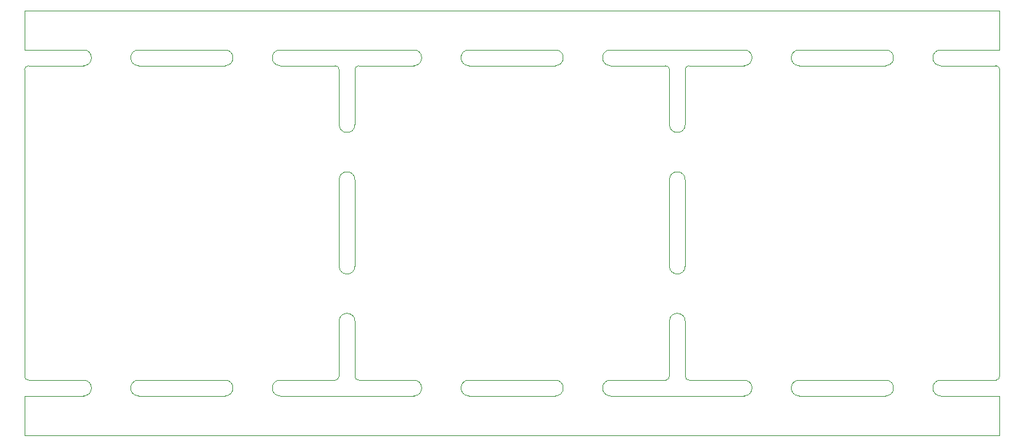
<source format=gbr>
%TF.GenerationSoftware,KiCad,Pcbnew,(6.0.0-0)*%
%TF.CreationDate,2022-10-21T10:58:35+11:00*%
%TF.ProjectId,cube_face_panel,63756265-5f66-4616-9365-5f70616e656c,rev?*%
%TF.SameCoordinates,Original*%
%TF.FileFunction,Profile,NP*%
%FSLAX46Y46*%
G04 Gerber Fmt 4.6, Leading zero omitted, Abs format (unit mm)*
G04 Created by KiCad (PCBNEW (6.0.0-0)) date 2022-10-21 10:58:35*
%MOMM*%
%LPD*%
G01*
G04 APERTURE LIST*
%TA.AperFunction,Profile*%
%ADD10C,0.050000*%
%TD*%
G04 APERTURE END LIST*
D10*
X137500000Y-97000000D02*
X154500000Y-97000000D01*
X105000000Y-102000000D02*
X105000000Y-97000000D01*
X161500000Y-95000000D02*
X172500000Y-95000000D01*
X189500000Y-95000000D02*
X196500000Y-95000000D01*
X196500000Y-53000000D02*
X179500000Y-53000000D01*
X189000000Y-69500000D02*
X189000000Y-80500000D01*
X145000000Y-87500000D02*
X145000000Y-94500000D01*
X105000000Y-53000000D02*
X105000000Y-48000000D01*
X187000000Y-80500000D02*
X187000000Y-69500000D01*
X112500000Y-53000000D02*
X105000000Y-53000000D01*
X186500000Y-95000000D02*
G75*
G03*
X187000000Y-94500000I-1J500001D01*
G01*
X130500000Y-55000000D02*
X119500000Y-55000000D01*
X189500000Y-55000000D02*
G75*
G03*
X189000000Y-55500000I1J-500001D01*
G01*
X105000000Y-94500000D02*
G75*
G03*
X105500000Y-95000000I500001J1D01*
G01*
X214500000Y-55000000D02*
X203500000Y-55000000D01*
X147000000Y-62500000D02*
X147000000Y-55500000D01*
X179500000Y-97000000D02*
X196500000Y-97000000D01*
X203500000Y-97000000D02*
X214500000Y-97000000D01*
X161500000Y-97000000D02*
X172500000Y-97000000D01*
X229000000Y-55500000D02*
G75*
G03*
X228500000Y-55000000I-500001J-1D01*
G01*
X186500000Y-55000000D02*
X179500000Y-55000000D01*
X221500000Y-95000000D02*
X228500000Y-95000000D01*
X147000000Y-80500000D02*
X147000000Y-69500000D01*
X144500000Y-95000000D02*
G75*
G03*
X145000000Y-94500000I-1J500001D01*
G01*
X105500000Y-95000000D02*
X112500000Y-95000000D01*
X228500000Y-55000000D02*
X221500000Y-55000000D01*
X144500000Y-55000000D02*
X137500000Y-55000000D01*
X154500000Y-55000000D02*
X147500000Y-55000000D01*
X145000000Y-62500000D02*
X145000000Y-55500000D01*
X147000000Y-87500000D02*
X147000000Y-94500000D01*
X154500000Y-53000000D02*
X137500000Y-53000000D01*
X172500000Y-53000000D02*
X161500000Y-53000000D01*
X172500000Y-55000000D02*
X161500000Y-55000000D01*
X229000000Y-97000000D02*
X229000000Y-102000000D01*
X187000000Y-55500000D02*
G75*
G03*
X186500000Y-55000000I-500001J-1D01*
G01*
X187000000Y-87500000D02*
X187000000Y-94500000D01*
X189000000Y-94500000D02*
G75*
G03*
X189500000Y-95000000I500001J1D01*
G01*
X229000000Y-53000000D02*
X221500000Y-53000000D01*
X145000000Y-69500000D02*
X145000000Y-80500000D01*
X105000000Y-97000000D02*
X112500000Y-97000000D01*
X119500000Y-95000000D02*
X130500000Y-95000000D01*
X203500000Y-95000000D02*
X214500000Y-95000000D01*
X119500000Y-97000000D02*
X130500000Y-97000000D01*
X147000000Y-94500000D02*
G75*
G03*
X147500000Y-95000000I500001J1D01*
G01*
X189000000Y-94500000D02*
X189000000Y-87500000D01*
X196500000Y-55000000D02*
X189500000Y-55000000D01*
X229000000Y-48000000D02*
X229000000Y-53000000D01*
X187000000Y-62500000D02*
X187000000Y-55500000D01*
X221500000Y-97000000D02*
X229000000Y-97000000D01*
X228500000Y-95000000D02*
G75*
G03*
X229000000Y-94500000I-1J500001D01*
G01*
X112500000Y-55000000D02*
X105500000Y-55000000D01*
X229000000Y-94500000D02*
X229000000Y-55500000D01*
X105500000Y-55000000D02*
G75*
G03*
X105000000Y-55500000I1J-500001D01*
G01*
X214500000Y-53000000D02*
X203500000Y-53000000D01*
X105000000Y-48000000D02*
X229000000Y-48000000D01*
X137500000Y-95000000D02*
X144500000Y-95000000D01*
X147500000Y-55000000D02*
G75*
G03*
X147000000Y-55500000I1J-500001D01*
G01*
X147500000Y-95000000D02*
X154500000Y-95000000D01*
X105000000Y-55500000D02*
X105000000Y-94500000D01*
X179500000Y-95000000D02*
X186500000Y-95000000D01*
X145000000Y-55500000D02*
G75*
G03*
X144500000Y-55000000I-500001J-1D01*
G01*
X229000000Y-102000000D02*
X105000000Y-102000000D01*
X189000000Y-62500000D02*
X189000000Y-55500000D01*
X130500000Y-53000000D02*
X119500000Y-53000000D01*
%TO.C,mouse-bite-2mm-slot*%
X221500000Y-95000000D02*
G75*
G03*
X221500000Y-97000000I0J-1000000D01*
G01*
X214500000Y-97000000D02*
G75*
G03*
X214500000Y-95000000I0J1000000D01*
G01*
X187000000Y-80500000D02*
G75*
G03*
X189000000Y-80500000I1000000J0D01*
G01*
X189000000Y-87500000D02*
G75*
G03*
X187000000Y-87500000I-1000000J0D01*
G01*
X161500000Y-53000000D02*
G75*
G03*
X161500000Y-55000000I0J-1000000D01*
G01*
X154500000Y-55000000D02*
G75*
G03*
X154500000Y-53000000I0J1000000D01*
G01*
X112500000Y-97000000D02*
G75*
G03*
X112500000Y-95000000I0J1000000D01*
G01*
X119500000Y-95000000D02*
G75*
G03*
X119500000Y-97000000I0J-1000000D01*
G01*
X203500000Y-53000000D02*
G75*
G03*
X203500000Y-55000000I0J-1000000D01*
G01*
X196500000Y-55000000D02*
G75*
G03*
X196500000Y-53000000I0J1000000D01*
G01*
X147000000Y-87500000D02*
G75*
G03*
X145000000Y-87500000I-1000000J0D01*
G01*
X145000000Y-80500000D02*
G75*
G03*
X147000000Y-80500000I1000000J0D01*
G01*
X112500000Y-55000000D02*
G75*
G03*
X112500000Y-53000000I0J1000000D01*
G01*
X119500000Y-53000000D02*
G75*
G03*
X119500000Y-55000000I0J-1000000D01*
G01*
X130500000Y-55000000D02*
G75*
G03*
X130500000Y-53000000I0J1000000D01*
G01*
X137500000Y-53000000D02*
G75*
G03*
X137500000Y-55000000I0J-1000000D01*
G01*
X154500000Y-97000000D02*
G75*
G03*
X154500000Y-95000000I0J1000000D01*
G01*
X161500000Y-95000000D02*
G75*
G03*
X161500000Y-97000000I0J-1000000D01*
G01*
X187000000Y-62500000D02*
G75*
G03*
X189000000Y-62500000I1000000J0D01*
G01*
X189000000Y-69500000D02*
G75*
G03*
X187000000Y-69500000I-1000000J0D01*
G01*
X147000000Y-69500000D02*
G75*
G03*
X145000000Y-69500000I-1000000J0D01*
G01*
X145000000Y-62500000D02*
G75*
G03*
X147000000Y-62500000I1000000J0D01*
G01*
X203500000Y-95000000D02*
G75*
G03*
X203500000Y-97000000I0J-1000000D01*
G01*
X196500000Y-97000000D02*
G75*
G03*
X196500000Y-95000000I0J1000000D01*
G01*
X221500000Y-53000000D02*
G75*
G03*
X221500000Y-55000000I0J-1000000D01*
G01*
X214500000Y-55000000D02*
G75*
G03*
X214500000Y-53000000I0J1000000D01*
G01*
X130500000Y-97000000D02*
G75*
G03*
X130500000Y-95000000I0J1000000D01*
G01*
X137500000Y-95000000D02*
G75*
G03*
X137500000Y-97000000I0J-1000000D01*
G01*
X172500000Y-97000000D02*
G75*
G03*
X172500000Y-95000000I0J1000000D01*
G01*
X179500000Y-95000000D02*
G75*
G03*
X179500000Y-97000000I0J-1000000D01*
G01*
X179500000Y-53000000D02*
G75*
G03*
X179500000Y-55000000I0J-1000000D01*
G01*
X172500000Y-55000000D02*
G75*
G03*
X172500000Y-53000000I0J1000000D01*
G01*
%TD*%
M02*

</source>
